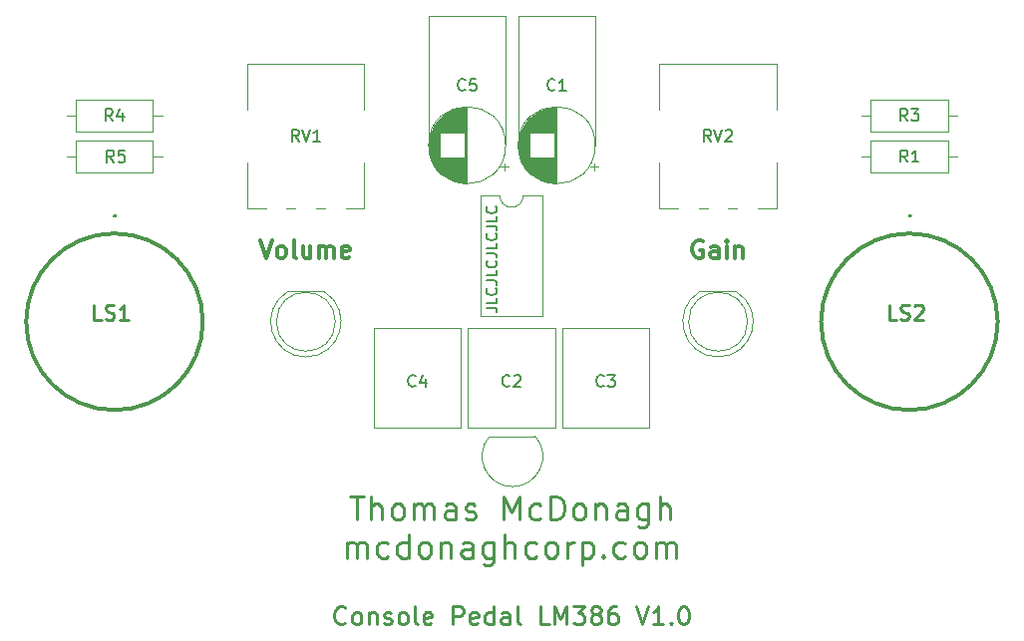
<source format=gbr>
G04 #@! TF.GenerationSoftware,KiCad,Pcbnew,(5.1.7)-1*
G04 #@! TF.CreationDate,2021-05-15T22:17:38-05:00*
G04 #@! TF.ProjectId,ConsolePedalLM386,436f6e73-6f6c-4655-9065-64616c4c4d33,rev?*
G04 #@! TF.SameCoordinates,Original*
G04 #@! TF.FileFunction,Legend,Top*
G04 #@! TF.FilePolarity,Positive*
%FSLAX46Y46*%
G04 Gerber Fmt 4.6, Leading zero omitted, Abs format (unit mm)*
G04 Created by KiCad (PCBNEW (5.1.7)-1) date 2021-05-15 22:17:38*
%MOMM*%
%LPD*%
G01*
G04 APERTURE LIST*
%ADD10C,0.300000*%
%ADD11C,0.150000*%
%ADD12C,0.250000*%
%ADD13C,0.120000*%
%ADD14C,0.254000*%
G04 APERTURE END LIST*
D10*
X148928571Y-89420000D02*
X148785714Y-89348571D01*
X148571428Y-89348571D01*
X148357142Y-89420000D01*
X148214285Y-89562857D01*
X148142857Y-89705714D01*
X148071428Y-89991428D01*
X148071428Y-90205714D01*
X148142857Y-90491428D01*
X148214285Y-90634285D01*
X148357142Y-90777142D01*
X148571428Y-90848571D01*
X148714285Y-90848571D01*
X148928571Y-90777142D01*
X149000000Y-90705714D01*
X149000000Y-90205714D01*
X148714285Y-90205714D01*
X150285714Y-90848571D02*
X150285714Y-90062857D01*
X150214285Y-89920000D01*
X150071428Y-89848571D01*
X149785714Y-89848571D01*
X149642857Y-89920000D01*
X150285714Y-90777142D02*
X150142857Y-90848571D01*
X149785714Y-90848571D01*
X149642857Y-90777142D01*
X149571428Y-90634285D01*
X149571428Y-90491428D01*
X149642857Y-90348571D01*
X149785714Y-90277142D01*
X150142857Y-90277142D01*
X150285714Y-90205714D01*
X151000000Y-90848571D02*
X151000000Y-89848571D01*
X151000000Y-89348571D02*
X150928571Y-89420000D01*
X151000000Y-89491428D01*
X151071428Y-89420000D01*
X151000000Y-89348571D01*
X151000000Y-89491428D01*
X151714285Y-89848571D02*
X151714285Y-90848571D01*
X151714285Y-89991428D02*
X151785714Y-89920000D01*
X151928571Y-89848571D01*
X152142857Y-89848571D01*
X152285714Y-89920000D01*
X152357142Y-90062857D01*
X152357142Y-90848571D01*
X111357142Y-89348571D02*
X111857142Y-90848571D01*
X112357142Y-89348571D01*
X113071428Y-90848571D02*
X112928571Y-90777142D01*
X112857142Y-90705714D01*
X112785714Y-90562857D01*
X112785714Y-90134285D01*
X112857142Y-89991428D01*
X112928571Y-89920000D01*
X113071428Y-89848571D01*
X113285714Y-89848571D01*
X113428571Y-89920000D01*
X113500000Y-89991428D01*
X113571428Y-90134285D01*
X113571428Y-90562857D01*
X113500000Y-90705714D01*
X113428571Y-90777142D01*
X113285714Y-90848571D01*
X113071428Y-90848571D01*
X114428571Y-90848571D02*
X114285714Y-90777142D01*
X114214285Y-90634285D01*
X114214285Y-89348571D01*
X115642857Y-89848571D02*
X115642857Y-90848571D01*
X115000000Y-89848571D02*
X115000000Y-90634285D01*
X115071428Y-90777142D01*
X115214285Y-90848571D01*
X115428571Y-90848571D01*
X115571428Y-90777142D01*
X115642857Y-90705714D01*
X116357142Y-90848571D02*
X116357142Y-89848571D01*
X116357142Y-89991428D02*
X116428571Y-89920000D01*
X116571428Y-89848571D01*
X116785714Y-89848571D01*
X116928571Y-89920000D01*
X117000000Y-90062857D01*
X117000000Y-90848571D01*
X117000000Y-90062857D02*
X117071428Y-89920000D01*
X117214285Y-89848571D01*
X117428571Y-89848571D01*
X117571428Y-89920000D01*
X117642857Y-90062857D01*
X117642857Y-90848571D01*
X118928571Y-90777142D02*
X118785714Y-90848571D01*
X118500000Y-90848571D01*
X118357142Y-90777142D01*
X118285714Y-90634285D01*
X118285714Y-90062857D01*
X118357142Y-89920000D01*
X118500000Y-89848571D01*
X118785714Y-89848571D01*
X118928571Y-89920000D01*
X119000000Y-90062857D01*
X119000000Y-90205714D01*
X118285714Y-90348571D01*
D11*
X130571142Y-95089142D02*
X131214000Y-95089142D01*
X131342571Y-95132000D01*
X131428285Y-95217714D01*
X131471142Y-95346285D01*
X131471142Y-95432000D01*
X131471142Y-94232000D02*
X131471142Y-94660571D01*
X130571142Y-94660571D01*
X131385428Y-93417714D02*
X131428285Y-93460571D01*
X131471142Y-93589142D01*
X131471142Y-93674857D01*
X131428285Y-93803428D01*
X131342571Y-93889142D01*
X131256857Y-93932000D01*
X131085428Y-93974857D01*
X130956857Y-93974857D01*
X130785428Y-93932000D01*
X130699714Y-93889142D01*
X130614000Y-93803428D01*
X130571142Y-93674857D01*
X130571142Y-93589142D01*
X130614000Y-93460571D01*
X130656857Y-93417714D01*
X130571142Y-92774857D02*
X131214000Y-92774857D01*
X131342571Y-92817714D01*
X131428285Y-92903428D01*
X131471142Y-93032000D01*
X131471142Y-93117714D01*
X131471142Y-91917714D02*
X131471142Y-92346285D01*
X130571142Y-92346285D01*
X131385428Y-91103428D02*
X131428285Y-91146285D01*
X131471142Y-91274857D01*
X131471142Y-91360571D01*
X131428285Y-91489142D01*
X131342571Y-91574857D01*
X131256857Y-91617714D01*
X131085428Y-91660571D01*
X130956857Y-91660571D01*
X130785428Y-91617714D01*
X130699714Y-91574857D01*
X130614000Y-91489142D01*
X130571142Y-91360571D01*
X130571142Y-91274857D01*
X130614000Y-91146285D01*
X130656857Y-91103428D01*
X130571142Y-90460571D02*
X131214000Y-90460571D01*
X131342571Y-90503428D01*
X131428285Y-90589142D01*
X131471142Y-90717714D01*
X131471142Y-90803428D01*
X131471142Y-89603428D02*
X131471142Y-90032000D01*
X130571142Y-90032000D01*
X131385428Y-88789142D02*
X131428285Y-88832000D01*
X131471142Y-88960571D01*
X131471142Y-89046285D01*
X131428285Y-89174857D01*
X131342571Y-89260571D01*
X131256857Y-89303428D01*
X131085428Y-89346285D01*
X130956857Y-89346285D01*
X130785428Y-89303428D01*
X130699714Y-89260571D01*
X130614000Y-89174857D01*
X130571142Y-89046285D01*
X130571142Y-88960571D01*
X130614000Y-88832000D01*
X130656857Y-88789142D01*
X130571142Y-88146285D02*
X131214000Y-88146285D01*
X131342571Y-88189142D01*
X131428285Y-88274857D01*
X131471142Y-88403428D01*
X131471142Y-88489142D01*
X131471142Y-87289142D02*
X131471142Y-87717714D01*
X130571142Y-87717714D01*
X131385428Y-86474857D02*
X131428285Y-86517714D01*
X131471142Y-86646285D01*
X131471142Y-86732000D01*
X131428285Y-86860571D01*
X131342571Y-86946285D01*
X131256857Y-86989142D01*
X131085428Y-87032000D01*
X130956857Y-87032000D01*
X130785428Y-86989142D01*
X130699714Y-86946285D01*
X130614000Y-86860571D01*
X130571142Y-86732000D01*
X130571142Y-86646285D01*
X130614000Y-86517714D01*
X130656857Y-86474857D01*
D12*
X118607857Y-121820714D02*
X118536428Y-121892142D01*
X118322142Y-121963571D01*
X118179285Y-121963571D01*
X117965000Y-121892142D01*
X117822142Y-121749285D01*
X117750714Y-121606428D01*
X117679285Y-121320714D01*
X117679285Y-121106428D01*
X117750714Y-120820714D01*
X117822142Y-120677857D01*
X117965000Y-120535000D01*
X118179285Y-120463571D01*
X118322142Y-120463571D01*
X118536428Y-120535000D01*
X118607857Y-120606428D01*
X119465000Y-121963571D02*
X119322142Y-121892142D01*
X119250714Y-121820714D01*
X119179285Y-121677857D01*
X119179285Y-121249285D01*
X119250714Y-121106428D01*
X119322142Y-121035000D01*
X119465000Y-120963571D01*
X119679285Y-120963571D01*
X119822142Y-121035000D01*
X119893571Y-121106428D01*
X119965000Y-121249285D01*
X119965000Y-121677857D01*
X119893571Y-121820714D01*
X119822142Y-121892142D01*
X119679285Y-121963571D01*
X119465000Y-121963571D01*
X120607857Y-120963571D02*
X120607857Y-121963571D01*
X120607857Y-121106428D02*
X120679285Y-121035000D01*
X120822142Y-120963571D01*
X121036428Y-120963571D01*
X121179285Y-121035000D01*
X121250714Y-121177857D01*
X121250714Y-121963571D01*
X121893571Y-121892142D02*
X122036428Y-121963571D01*
X122322142Y-121963571D01*
X122465000Y-121892142D01*
X122536428Y-121749285D01*
X122536428Y-121677857D01*
X122465000Y-121535000D01*
X122322142Y-121463571D01*
X122107857Y-121463571D01*
X121965000Y-121392142D01*
X121893571Y-121249285D01*
X121893571Y-121177857D01*
X121965000Y-121035000D01*
X122107857Y-120963571D01*
X122322142Y-120963571D01*
X122465000Y-121035000D01*
X123393571Y-121963571D02*
X123250714Y-121892142D01*
X123179285Y-121820714D01*
X123107857Y-121677857D01*
X123107857Y-121249285D01*
X123179285Y-121106428D01*
X123250714Y-121035000D01*
X123393571Y-120963571D01*
X123607857Y-120963571D01*
X123750714Y-121035000D01*
X123822142Y-121106428D01*
X123893571Y-121249285D01*
X123893571Y-121677857D01*
X123822142Y-121820714D01*
X123750714Y-121892142D01*
X123607857Y-121963571D01*
X123393571Y-121963571D01*
X124750714Y-121963571D02*
X124607857Y-121892142D01*
X124536428Y-121749285D01*
X124536428Y-120463571D01*
X125893571Y-121892142D02*
X125750714Y-121963571D01*
X125465000Y-121963571D01*
X125322142Y-121892142D01*
X125250714Y-121749285D01*
X125250714Y-121177857D01*
X125322142Y-121035000D01*
X125465000Y-120963571D01*
X125750714Y-120963571D01*
X125893571Y-121035000D01*
X125965000Y-121177857D01*
X125965000Y-121320714D01*
X125250714Y-121463571D01*
X127750714Y-121963571D02*
X127750714Y-120463571D01*
X128322142Y-120463571D01*
X128465000Y-120535000D01*
X128536428Y-120606428D01*
X128607857Y-120749285D01*
X128607857Y-120963571D01*
X128536428Y-121106428D01*
X128465000Y-121177857D01*
X128322142Y-121249285D01*
X127750714Y-121249285D01*
X129822142Y-121892142D02*
X129679285Y-121963571D01*
X129393571Y-121963571D01*
X129250714Y-121892142D01*
X129179285Y-121749285D01*
X129179285Y-121177857D01*
X129250714Y-121035000D01*
X129393571Y-120963571D01*
X129679285Y-120963571D01*
X129822142Y-121035000D01*
X129893571Y-121177857D01*
X129893571Y-121320714D01*
X129179285Y-121463571D01*
X131179285Y-121963571D02*
X131179285Y-120463571D01*
X131179285Y-121892142D02*
X131036428Y-121963571D01*
X130750714Y-121963571D01*
X130607857Y-121892142D01*
X130536428Y-121820714D01*
X130465000Y-121677857D01*
X130465000Y-121249285D01*
X130536428Y-121106428D01*
X130607857Y-121035000D01*
X130750714Y-120963571D01*
X131036428Y-120963571D01*
X131179285Y-121035000D01*
X132536428Y-121963571D02*
X132536428Y-121177857D01*
X132465000Y-121035000D01*
X132322142Y-120963571D01*
X132036428Y-120963571D01*
X131893571Y-121035000D01*
X132536428Y-121892142D02*
X132393571Y-121963571D01*
X132036428Y-121963571D01*
X131893571Y-121892142D01*
X131822142Y-121749285D01*
X131822142Y-121606428D01*
X131893571Y-121463571D01*
X132036428Y-121392142D01*
X132393571Y-121392142D01*
X132536428Y-121320714D01*
X133465000Y-121963571D02*
X133322142Y-121892142D01*
X133250714Y-121749285D01*
X133250714Y-120463571D01*
X135893571Y-121963571D02*
X135179285Y-121963571D01*
X135179285Y-120463571D01*
X136393571Y-121963571D02*
X136393571Y-120463571D01*
X136893571Y-121535000D01*
X137393571Y-120463571D01*
X137393571Y-121963571D01*
X137965000Y-120463571D02*
X138893571Y-120463571D01*
X138393571Y-121035000D01*
X138607857Y-121035000D01*
X138750714Y-121106428D01*
X138822142Y-121177857D01*
X138893571Y-121320714D01*
X138893571Y-121677857D01*
X138822142Y-121820714D01*
X138750714Y-121892142D01*
X138607857Y-121963571D01*
X138179285Y-121963571D01*
X138036428Y-121892142D01*
X137965000Y-121820714D01*
X139750714Y-121106428D02*
X139607857Y-121035000D01*
X139536428Y-120963571D01*
X139465000Y-120820714D01*
X139465000Y-120749285D01*
X139536428Y-120606428D01*
X139607857Y-120535000D01*
X139750714Y-120463571D01*
X140036428Y-120463571D01*
X140179285Y-120535000D01*
X140250714Y-120606428D01*
X140322142Y-120749285D01*
X140322142Y-120820714D01*
X140250714Y-120963571D01*
X140179285Y-121035000D01*
X140036428Y-121106428D01*
X139750714Y-121106428D01*
X139607857Y-121177857D01*
X139536428Y-121249285D01*
X139465000Y-121392142D01*
X139465000Y-121677857D01*
X139536428Y-121820714D01*
X139607857Y-121892142D01*
X139750714Y-121963571D01*
X140036428Y-121963571D01*
X140179285Y-121892142D01*
X140250714Y-121820714D01*
X140322142Y-121677857D01*
X140322142Y-121392142D01*
X140250714Y-121249285D01*
X140179285Y-121177857D01*
X140036428Y-121106428D01*
X141607857Y-120463571D02*
X141322142Y-120463571D01*
X141179285Y-120535000D01*
X141107857Y-120606428D01*
X140965000Y-120820714D01*
X140893571Y-121106428D01*
X140893571Y-121677857D01*
X140965000Y-121820714D01*
X141036428Y-121892142D01*
X141179285Y-121963571D01*
X141465000Y-121963571D01*
X141607857Y-121892142D01*
X141679285Y-121820714D01*
X141750714Y-121677857D01*
X141750714Y-121320714D01*
X141679285Y-121177857D01*
X141607857Y-121106428D01*
X141465000Y-121035000D01*
X141179285Y-121035000D01*
X141036428Y-121106428D01*
X140965000Y-121177857D01*
X140893571Y-121320714D01*
X143322142Y-120463571D02*
X143822142Y-121963571D01*
X144322142Y-120463571D01*
X145607857Y-121963571D02*
X144750714Y-121963571D01*
X145179285Y-121963571D02*
X145179285Y-120463571D01*
X145036428Y-120677857D01*
X144893571Y-120820714D01*
X144750714Y-120892142D01*
X146250714Y-121820714D02*
X146322142Y-121892142D01*
X146250714Y-121963571D01*
X146179285Y-121892142D01*
X146250714Y-121820714D01*
X146250714Y-121963571D01*
X147250714Y-120463571D02*
X147393571Y-120463571D01*
X147536428Y-120535000D01*
X147607857Y-120606428D01*
X147679285Y-120749285D01*
X147750714Y-121035000D01*
X147750714Y-121392142D01*
X147679285Y-121677857D01*
X147607857Y-121820714D01*
X147536428Y-121892142D01*
X147393571Y-121963571D01*
X147250714Y-121963571D01*
X147107857Y-121892142D01*
X147036428Y-121820714D01*
X146965000Y-121677857D01*
X146893571Y-121392142D01*
X146893571Y-121035000D01*
X146965000Y-120749285D01*
X147036428Y-120606428D01*
X147107857Y-120535000D01*
X147250714Y-120463571D01*
X119000714Y-111071761D02*
X120143571Y-111071761D01*
X119572142Y-113071761D02*
X119572142Y-111071761D01*
X120810238Y-113071761D02*
X120810238Y-111071761D01*
X121667380Y-113071761D02*
X121667380Y-112024142D01*
X121572142Y-111833666D01*
X121381666Y-111738428D01*
X121095952Y-111738428D01*
X120905476Y-111833666D01*
X120810238Y-111928904D01*
X122905476Y-113071761D02*
X122715000Y-112976523D01*
X122619761Y-112881285D01*
X122524523Y-112690809D01*
X122524523Y-112119380D01*
X122619761Y-111928904D01*
X122715000Y-111833666D01*
X122905476Y-111738428D01*
X123191190Y-111738428D01*
X123381666Y-111833666D01*
X123476904Y-111928904D01*
X123572142Y-112119380D01*
X123572142Y-112690809D01*
X123476904Y-112881285D01*
X123381666Y-112976523D01*
X123191190Y-113071761D01*
X122905476Y-113071761D01*
X124429285Y-113071761D02*
X124429285Y-111738428D01*
X124429285Y-111928904D02*
X124524523Y-111833666D01*
X124715000Y-111738428D01*
X125000714Y-111738428D01*
X125191190Y-111833666D01*
X125286428Y-112024142D01*
X125286428Y-113071761D01*
X125286428Y-112024142D02*
X125381666Y-111833666D01*
X125572142Y-111738428D01*
X125857857Y-111738428D01*
X126048333Y-111833666D01*
X126143571Y-112024142D01*
X126143571Y-113071761D01*
X127953095Y-113071761D02*
X127953095Y-112024142D01*
X127857857Y-111833666D01*
X127667380Y-111738428D01*
X127286428Y-111738428D01*
X127095952Y-111833666D01*
X127953095Y-112976523D02*
X127762619Y-113071761D01*
X127286428Y-113071761D01*
X127095952Y-112976523D01*
X127000714Y-112786047D01*
X127000714Y-112595571D01*
X127095952Y-112405095D01*
X127286428Y-112309857D01*
X127762619Y-112309857D01*
X127953095Y-112214619D01*
X128810238Y-112976523D02*
X129000714Y-113071761D01*
X129381666Y-113071761D01*
X129572142Y-112976523D01*
X129667380Y-112786047D01*
X129667380Y-112690809D01*
X129572142Y-112500333D01*
X129381666Y-112405095D01*
X129095952Y-112405095D01*
X128905476Y-112309857D01*
X128810238Y-112119380D01*
X128810238Y-112024142D01*
X128905476Y-111833666D01*
X129095952Y-111738428D01*
X129381666Y-111738428D01*
X129572142Y-111833666D01*
X132048333Y-113071761D02*
X132048333Y-111071761D01*
X132715000Y-112500333D01*
X133381666Y-111071761D01*
X133381666Y-113071761D01*
X135191190Y-112976523D02*
X135000714Y-113071761D01*
X134619761Y-113071761D01*
X134429285Y-112976523D01*
X134334047Y-112881285D01*
X134238809Y-112690809D01*
X134238809Y-112119380D01*
X134334047Y-111928904D01*
X134429285Y-111833666D01*
X134619761Y-111738428D01*
X135000714Y-111738428D01*
X135191190Y-111833666D01*
X136048333Y-113071761D02*
X136048333Y-111071761D01*
X136524523Y-111071761D01*
X136810238Y-111167000D01*
X137000714Y-111357476D01*
X137095952Y-111547952D01*
X137191190Y-111928904D01*
X137191190Y-112214619D01*
X137095952Y-112595571D01*
X137000714Y-112786047D01*
X136810238Y-112976523D01*
X136524523Y-113071761D01*
X136048333Y-113071761D01*
X138334047Y-113071761D02*
X138143571Y-112976523D01*
X138048333Y-112881285D01*
X137953095Y-112690809D01*
X137953095Y-112119380D01*
X138048333Y-111928904D01*
X138143571Y-111833666D01*
X138334047Y-111738428D01*
X138619761Y-111738428D01*
X138810238Y-111833666D01*
X138905476Y-111928904D01*
X139000714Y-112119380D01*
X139000714Y-112690809D01*
X138905476Y-112881285D01*
X138810238Y-112976523D01*
X138619761Y-113071761D01*
X138334047Y-113071761D01*
X139857857Y-111738428D02*
X139857857Y-113071761D01*
X139857857Y-111928904D02*
X139953095Y-111833666D01*
X140143571Y-111738428D01*
X140429285Y-111738428D01*
X140619761Y-111833666D01*
X140715000Y-112024142D01*
X140715000Y-113071761D01*
X142524523Y-113071761D02*
X142524523Y-112024142D01*
X142429285Y-111833666D01*
X142238809Y-111738428D01*
X141857857Y-111738428D01*
X141667380Y-111833666D01*
X142524523Y-112976523D02*
X142334047Y-113071761D01*
X141857857Y-113071761D01*
X141667380Y-112976523D01*
X141572142Y-112786047D01*
X141572142Y-112595571D01*
X141667380Y-112405095D01*
X141857857Y-112309857D01*
X142334047Y-112309857D01*
X142524523Y-112214619D01*
X144334047Y-111738428D02*
X144334047Y-113357476D01*
X144238809Y-113547952D01*
X144143571Y-113643190D01*
X143953095Y-113738428D01*
X143667380Y-113738428D01*
X143476904Y-113643190D01*
X144334047Y-112976523D02*
X144143571Y-113071761D01*
X143762619Y-113071761D01*
X143572142Y-112976523D01*
X143476904Y-112881285D01*
X143381666Y-112690809D01*
X143381666Y-112119380D01*
X143476904Y-111928904D01*
X143572142Y-111833666D01*
X143762619Y-111738428D01*
X144143571Y-111738428D01*
X144334047Y-111833666D01*
X145286428Y-113071761D02*
X145286428Y-111071761D01*
X146143571Y-113071761D02*
X146143571Y-112024142D01*
X146048333Y-111833666D01*
X145857857Y-111738428D01*
X145572142Y-111738428D01*
X145381666Y-111833666D01*
X145286428Y-111928904D01*
X118715000Y-116321761D02*
X118715000Y-114988428D01*
X118715000Y-115178904D02*
X118810238Y-115083666D01*
X119000714Y-114988428D01*
X119286428Y-114988428D01*
X119476904Y-115083666D01*
X119572142Y-115274142D01*
X119572142Y-116321761D01*
X119572142Y-115274142D02*
X119667380Y-115083666D01*
X119857857Y-114988428D01*
X120143571Y-114988428D01*
X120334047Y-115083666D01*
X120429285Y-115274142D01*
X120429285Y-116321761D01*
X122238809Y-116226523D02*
X122048333Y-116321761D01*
X121667380Y-116321761D01*
X121476904Y-116226523D01*
X121381666Y-116131285D01*
X121286428Y-115940809D01*
X121286428Y-115369380D01*
X121381666Y-115178904D01*
X121476904Y-115083666D01*
X121667380Y-114988428D01*
X122048333Y-114988428D01*
X122238809Y-115083666D01*
X123953095Y-116321761D02*
X123953095Y-114321761D01*
X123953095Y-116226523D02*
X123762619Y-116321761D01*
X123381666Y-116321761D01*
X123191190Y-116226523D01*
X123095952Y-116131285D01*
X123000714Y-115940809D01*
X123000714Y-115369380D01*
X123095952Y-115178904D01*
X123191190Y-115083666D01*
X123381666Y-114988428D01*
X123762619Y-114988428D01*
X123953095Y-115083666D01*
X125191190Y-116321761D02*
X125000714Y-116226523D01*
X124905476Y-116131285D01*
X124810238Y-115940809D01*
X124810238Y-115369380D01*
X124905476Y-115178904D01*
X125000714Y-115083666D01*
X125191190Y-114988428D01*
X125476904Y-114988428D01*
X125667380Y-115083666D01*
X125762619Y-115178904D01*
X125857857Y-115369380D01*
X125857857Y-115940809D01*
X125762619Y-116131285D01*
X125667380Y-116226523D01*
X125476904Y-116321761D01*
X125191190Y-116321761D01*
X126715000Y-114988428D02*
X126715000Y-116321761D01*
X126715000Y-115178904D02*
X126810238Y-115083666D01*
X127000714Y-114988428D01*
X127286428Y-114988428D01*
X127476904Y-115083666D01*
X127572142Y-115274142D01*
X127572142Y-116321761D01*
X129381666Y-116321761D02*
X129381666Y-115274142D01*
X129286428Y-115083666D01*
X129095952Y-114988428D01*
X128715000Y-114988428D01*
X128524523Y-115083666D01*
X129381666Y-116226523D02*
X129191190Y-116321761D01*
X128715000Y-116321761D01*
X128524523Y-116226523D01*
X128429285Y-116036047D01*
X128429285Y-115845571D01*
X128524523Y-115655095D01*
X128715000Y-115559857D01*
X129191190Y-115559857D01*
X129381666Y-115464619D01*
X131191190Y-114988428D02*
X131191190Y-116607476D01*
X131095952Y-116797952D01*
X131000714Y-116893190D01*
X130810238Y-116988428D01*
X130524523Y-116988428D01*
X130334047Y-116893190D01*
X131191190Y-116226523D02*
X131000714Y-116321761D01*
X130619761Y-116321761D01*
X130429285Y-116226523D01*
X130334047Y-116131285D01*
X130238809Y-115940809D01*
X130238809Y-115369380D01*
X130334047Y-115178904D01*
X130429285Y-115083666D01*
X130619761Y-114988428D01*
X131000714Y-114988428D01*
X131191190Y-115083666D01*
X132143571Y-116321761D02*
X132143571Y-114321761D01*
X133000714Y-116321761D02*
X133000714Y-115274142D01*
X132905476Y-115083666D01*
X132715000Y-114988428D01*
X132429285Y-114988428D01*
X132238809Y-115083666D01*
X132143571Y-115178904D01*
X134810238Y-116226523D02*
X134619761Y-116321761D01*
X134238809Y-116321761D01*
X134048333Y-116226523D01*
X133953095Y-116131285D01*
X133857857Y-115940809D01*
X133857857Y-115369380D01*
X133953095Y-115178904D01*
X134048333Y-115083666D01*
X134238809Y-114988428D01*
X134619761Y-114988428D01*
X134810238Y-115083666D01*
X135953095Y-116321761D02*
X135762619Y-116226523D01*
X135667380Y-116131285D01*
X135572142Y-115940809D01*
X135572142Y-115369380D01*
X135667380Y-115178904D01*
X135762619Y-115083666D01*
X135953095Y-114988428D01*
X136238809Y-114988428D01*
X136429285Y-115083666D01*
X136524523Y-115178904D01*
X136619761Y-115369380D01*
X136619761Y-115940809D01*
X136524523Y-116131285D01*
X136429285Y-116226523D01*
X136238809Y-116321761D01*
X135953095Y-116321761D01*
X137476904Y-116321761D02*
X137476904Y-114988428D01*
X137476904Y-115369380D02*
X137572142Y-115178904D01*
X137667380Y-115083666D01*
X137857857Y-114988428D01*
X138048333Y-114988428D01*
X138715000Y-114988428D02*
X138715000Y-116988428D01*
X138715000Y-115083666D02*
X138905476Y-114988428D01*
X139286428Y-114988428D01*
X139476904Y-115083666D01*
X139572142Y-115178904D01*
X139667380Y-115369380D01*
X139667380Y-115940809D01*
X139572142Y-116131285D01*
X139476904Y-116226523D01*
X139286428Y-116321761D01*
X138905476Y-116321761D01*
X138715000Y-116226523D01*
X140524523Y-116131285D02*
X140619761Y-116226523D01*
X140524523Y-116321761D01*
X140429285Y-116226523D01*
X140524523Y-116131285D01*
X140524523Y-116321761D01*
X142334047Y-116226523D02*
X142143571Y-116321761D01*
X141762619Y-116321761D01*
X141572142Y-116226523D01*
X141476904Y-116131285D01*
X141381666Y-115940809D01*
X141381666Y-115369380D01*
X141476904Y-115178904D01*
X141572142Y-115083666D01*
X141762619Y-114988428D01*
X142143571Y-114988428D01*
X142334047Y-115083666D01*
X143476904Y-116321761D02*
X143286428Y-116226523D01*
X143191190Y-116131285D01*
X143095952Y-115940809D01*
X143095952Y-115369380D01*
X143191190Y-115178904D01*
X143286428Y-115083666D01*
X143476904Y-114988428D01*
X143762619Y-114988428D01*
X143953095Y-115083666D01*
X144048333Y-115178904D01*
X144143571Y-115369380D01*
X144143571Y-115940809D01*
X144048333Y-116131285D01*
X143953095Y-116226523D01*
X143762619Y-116321761D01*
X143476904Y-116321761D01*
X145000714Y-116321761D02*
X145000714Y-114988428D01*
X145000714Y-115178904D02*
X145095952Y-115083666D01*
X145286428Y-114988428D01*
X145572142Y-114988428D01*
X145762619Y-115083666D01*
X145857857Y-115274142D01*
X145857857Y-116321761D01*
X145857857Y-115274142D02*
X145953095Y-115083666D01*
X146143571Y-114988428D01*
X146429285Y-114988428D01*
X146619761Y-115083666D01*
X146715000Y-115274142D01*
X146715000Y-116321761D01*
D13*
G04 #@! TO.C,D1*
X117750000Y-96270000D02*
G75*
G03*
X117750000Y-96270000I-2500000J0D01*
G01*
X116795000Y-93710000D02*
X113705000Y-93710000D01*
X115249538Y-99260000D02*
G75*
G03*
X116794830Y-93710000I462J2990000D01*
G01*
X115250462Y-99260000D02*
G75*
G02*
X113705170Y-93710000I-462J2990000D01*
G01*
G04 #@! TO.C,D2*
X151795000Y-93710000D02*
X148705000Y-93710000D01*
X152750000Y-96270000D02*
G75*
G03*
X152750000Y-96270000I-2500000J0D01*
G01*
X150250462Y-99260000D02*
G75*
G02*
X148705170Y-93710000I-462J2990000D01*
G01*
X150249538Y-99260000D02*
G75*
G03*
X151794830Y-93710000I462J2990000D01*
G01*
G04 #@! TO.C,R3*
X169770000Y-80120000D02*
X169770000Y-77380000D01*
X169770000Y-77380000D02*
X163230000Y-77380000D01*
X163230000Y-77380000D02*
X163230000Y-80120000D01*
X163230000Y-80120000D02*
X169770000Y-80120000D01*
X170540000Y-78750000D02*
X169770000Y-78750000D01*
X162460000Y-78750000D02*
X163230000Y-78750000D01*
G04 #@! TO.C,C2*
X128995000Y-105256000D02*
X128995000Y-96766000D01*
X136435000Y-105256000D02*
X136435000Y-96766000D01*
X136435000Y-96766000D02*
X128995000Y-96766000D01*
X136435000Y-105256000D02*
X128995000Y-105256000D01*
G04 #@! TO.C,C3*
X144435000Y-105256000D02*
X136995000Y-105256000D01*
X144435000Y-96766000D02*
X136995000Y-96766000D01*
X144435000Y-105256000D02*
X144435000Y-96766000D01*
X136995000Y-105256000D02*
X136995000Y-96766000D01*
G04 #@! TO.C,C4*
X128435000Y-105256000D02*
X120995000Y-105256000D01*
X128435000Y-96766000D02*
X120995000Y-96766000D01*
X128435000Y-105256000D02*
X128435000Y-96766000D01*
X120995000Y-105256000D02*
X120995000Y-96766000D01*
D10*
G04 #@! TO.C,LS1*
X106500000Y-96270000D02*
G75*
G03*
X106500000Y-96270000I-7500000J0D01*
G01*
X99052000Y-87270000D02*
G75*
G03*
X99052000Y-87270000I-52000J0D01*
G01*
G04 #@! TO.C,LS2*
X166552000Y-87270000D02*
G75*
G03*
X166552000Y-87270000I-52000J0D01*
G01*
X174000000Y-96270000D02*
G75*
G03*
X174000000Y-96270000I-7500000J0D01*
G01*
D13*
G04 #@! TO.C,Q1*
X134735000Y-105996000D02*
X130885000Y-105996000D01*
X130846389Y-106005878D02*
G75*
G03*
X134735000Y-105996000I1948611J-1690122D01*
G01*
G04 #@! TO.C,R1*
X169770000Y-83620000D02*
X169770000Y-80880000D01*
X169770000Y-80880000D02*
X163230000Y-80880000D01*
X163230000Y-80880000D02*
X163230000Y-83620000D01*
X163230000Y-83620000D02*
X169770000Y-83620000D01*
X170540000Y-82250000D02*
X169770000Y-82250000D01*
X162460000Y-82250000D02*
X163230000Y-82250000D01*
G04 #@! TO.C,R4*
X94960000Y-78750000D02*
X95730000Y-78750000D01*
X103040000Y-78750000D02*
X102270000Y-78750000D01*
X95730000Y-80120000D02*
X102270000Y-80120000D01*
X95730000Y-77380000D02*
X95730000Y-80120000D01*
X102270000Y-77380000D02*
X95730000Y-77380000D01*
X102270000Y-80120000D02*
X102270000Y-77380000D01*
G04 #@! TO.C,R5*
X103040000Y-82250000D02*
X102270000Y-82250000D01*
X94960000Y-82250000D02*
X95730000Y-82250000D01*
X102270000Y-80880000D02*
X95730000Y-80880000D01*
X102270000Y-83620000D02*
X102270000Y-80880000D01*
X95730000Y-83620000D02*
X102270000Y-83620000D01*
X95730000Y-80880000D02*
X95730000Y-83620000D01*
G04 #@! TO.C,RV1*
X110280000Y-74380000D02*
X120220000Y-74380000D01*
X118620000Y-86620000D02*
X120220000Y-86620000D01*
X116121000Y-86620000D02*
X116880000Y-86620000D01*
X113621000Y-86620000D02*
X114380000Y-86620000D01*
X110280000Y-86620000D02*
X111879000Y-86620000D01*
X120220000Y-78245000D02*
X120220000Y-74380000D01*
X120220000Y-86620000D02*
X120220000Y-82755000D01*
X110280000Y-78245000D02*
X110280000Y-74380000D01*
X110280000Y-86620000D02*
X110280000Y-82755000D01*
G04 #@! TO.C,RV2*
X145280000Y-86620000D02*
X145280000Y-82755000D01*
X145280000Y-78245000D02*
X145280000Y-74380000D01*
X155220000Y-86620000D02*
X155220000Y-82755000D01*
X155220000Y-78245000D02*
X155220000Y-74380000D01*
X145280000Y-86620000D02*
X146879000Y-86620000D01*
X148621000Y-86620000D02*
X149380000Y-86620000D01*
X151121000Y-86620000D02*
X151880000Y-86620000D01*
X153620000Y-86620000D02*
X155220000Y-86620000D01*
X145280000Y-74380000D02*
X155220000Y-74380000D01*
G04 #@! TO.C,U1*
X135365000Y-85538000D02*
X133715000Y-85538000D01*
X135365000Y-95818000D02*
X135365000Y-85538000D01*
X130065000Y-95818000D02*
X135365000Y-95818000D01*
X130065000Y-85538000D02*
X130065000Y-95818000D01*
X131715000Y-85538000D02*
X130065000Y-85538000D01*
X133715000Y-85538000D02*
G75*
G02*
X131715000Y-85538000I-1000000J0D01*
G01*
G04 #@! TO.C,C1*
X139730241Y-83434000D02*
X139730241Y-82804000D01*
X140045241Y-83119000D02*
X139415241Y-83119000D01*
X133304000Y-81682000D02*
X133304000Y-80878000D01*
X133344000Y-81913000D02*
X133344000Y-80647000D01*
X133384000Y-82082000D02*
X133384000Y-80478000D01*
X133424000Y-82220000D02*
X133424000Y-80340000D01*
X133464000Y-82339000D02*
X133464000Y-80221000D01*
X133504000Y-82445000D02*
X133504000Y-80115000D01*
X133544000Y-82542000D02*
X133544000Y-80018000D01*
X133584000Y-82630000D02*
X133584000Y-79930000D01*
X133624000Y-82712000D02*
X133624000Y-79848000D01*
X133664000Y-82789000D02*
X133664000Y-79771000D01*
X133704000Y-82861000D02*
X133704000Y-79699000D01*
X133744000Y-82930000D02*
X133744000Y-79630000D01*
X133784000Y-82994000D02*
X133784000Y-79566000D01*
X133824000Y-83056000D02*
X133824000Y-79504000D01*
X133864000Y-83114000D02*
X133864000Y-79446000D01*
X133904000Y-83170000D02*
X133904000Y-79390000D01*
X133944000Y-83224000D02*
X133944000Y-79336000D01*
X133984000Y-83275000D02*
X133984000Y-79285000D01*
X134024000Y-83324000D02*
X134024000Y-79236000D01*
X134064000Y-83372000D02*
X134064000Y-79188000D01*
X134104000Y-83417000D02*
X134104000Y-79143000D01*
X134144000Y-83462000D02*
X134144000Y-79098000D01*
X134184000Y-83504000D02*
X134184000Y-79056000D01*
X134224000Y-83545000D02*
X134224000Y-79015000D01*
X134264000Y-80240000D02*
X134264000Y-78975000D01*
X134264000Y-83585000D02*
X134264000Y-82320000D01*
X134304000Y-80240000D02*
X134304000Y-78937000D01*
X134304000Y-83623000D02*
X134304000Y-82320000D01*
X134344000Y-80240000D02*
X134344000Y-78900000D01*
X134344000Y-83660000D02*
X134344000Y-82320000D01*
X134384000Y-80240000D02*
X134384000Y-78864000D01*
X134384000Y-83696000D02*
X134384000Y-82320000D01*
X134424000Y-80240000D02*
X134424000Y-78830000D01*
X134424000Y-83730000D02*
X134424000Y-82320000D01*
X134464000Y-80240000D02*
X134464000Y-78796000D01*
X134464000Y-83764000D02*
X134464000Y-82320000D01*
X134504000Y-80240000D02*
X134504000Y-78764000D01*
X134504000Y-83796000D02*
X134504000Y-82320000D01*
X134544000Y-80240000D02*
X134544000Y-78732000D01*
X134544000Y-83828000D02*
X134544000Y-82320000D01*
X134584000Y-80240000D02*
X134584000Y-78702000D01*
X134584000Y-83858000D02*
X134584000Y-82320000D01*
X134624000Y-80240000D02*
X134624000Y-78673000D01*
X134624000Y-83887000D02*
X134624000Y-82320000D01*
X134664000Y-80240000D02*
X134664000Y-78644000D01*
X134664000Y-83916000D02*
X134664000Y-82320000D01*
X134704000Y-80240000D02*
X134704000Y-78616000D01*
X134704000Y-83944000D02*
X134704000Y-82320000D01*
X134744000Y-80240000D02*
X134744000Y-78590000D01*
X134744000Y-83970000D02*
X134744000Y-82320000D01*
X134784000Y-80240000D02*
X134784000Y-78564000D01*
X134784000Y-83996000D02*
X134784000Y-82320000D01*
X134824000Y-80240000D02*
X134824000Y-78538000D01*
X134824000Y-84022000D02*
X134824000Y-82320000D01*
X134864000Y-80240000D02*
X134864000Y-78514000D01*
X134864000Y-84046000D02*
X134864000Y-82320000D01*
X134904000Y-80240000D02*
X134904000Y-78490000D01*
X134904000Y-84070000D02*
X134904000Y-82320000D01*
X134944000Y-80240000D02*
X134944000Y-78468000D01*
X134944000Y-84092000D02*
X134944000Y-82320000D01*
X134984000Y-80240000D02*
X134984000Y-78446000D01*
X134984000Y-84114000D02*
X134984000Y-82320000D01*
X135024000Y-80240000D02*
X135024000Y-78424000D01*
X135024000Y-84136000D02*
X135024000Y-82320000D01*
X135064000Y-80240000D02*
X135064000Y-78404000D01*
X135064000Y-84156000D02*
X135064000Y-82320000D01*
X135104000Y-80240000D02*
X135104000Y-78384000D01*
X135104000Y-84176000D02*
X135104000Y-82320000D01*
X135144000Y-80240000D02*
X135144000Y-78364000D01*
X135144000Y-84196000D02*
X135144000Y-82320000D01*
X135184000Y-80240000D02*
X135184000Y-78346000D01*
X135184000Y-84214000D02*
X135184000Y-82320000D01*
X135224000Y-80240000D02*
X135224000Y-78328000D01*
X135224000Y-84232000D02*
X135224000Y-82320000D01*
X135264000Y-80240000D02*
X135264000Y-78310000D01*
X135264000Y-84250000D02*
X135264000Y-82320000D01*
X135304000Y-80240000D02*
X135304000Y-78294000D01*
X135304000Y-84266000D02*
X135304000Y-82320000D01*
X135344000Y-80240000D02*
X135344000Y-78278000D01*
X135344000Y-84282000D02*
X135344000Y-82320000D01*
X135384000Y-80240000D02*
X135384000Y-78262000D01*
X135384000Y-84298000D02*
X135384000Y-82320000D01*
X135424000Y-80240000D02*
X135424000Y-78247000D01*
X135424000Y-84313000D02*
X135424000Y-82320000D01*
X135464000Y-80240000D02*
X135464000Y-78233000D01*
X135464000Y-84327000D02*
X135464000Y-82320000D01*
X135504000Y-80240000D02*
X135504000Y-78219000D01*
X135504000Y-84341000D02*
X135504000Y-82320000D01*
X135544000Y-80240000D02*
X135544000Y-78206000D01*
X135544000Y-84354000D02*
X135544000Y-82320000D01*
X135584000Y-80240000D02*
X135584000Y-78194000D01*
X135584000Y-84366000D02*
X135584000Y-82320000D01*
X135624000Y-80240000D02*
X135624000Y-78182000D01*
X135624000Y-84378000D02*
X135624000Y-82320000D01*
X135664000Y-80240000D02*
X135664000Y-78170000D01*
X135664000Y-84390000D02*
X135664000Y-82320000D01*
X135704000Y-80240000D02*
X135704000Y-78159000D01*
X135704000Y-84401000D02*
X135704000Y-82320000D01*
X135744000Y-80240000D02*
X135744000Y-78149000D01*
X135744000Y-84411000D02*
X135744000Y-82320000D01*
X135784000Y-80240000D02*
X135784000Y-78139000D01*
X135784000Y-84421000D02*
X135784000Y-82320000D01*
X135824000Y-80240000D02*
X135824000Y-78130000D01*
X135824000Y-84430000D02*
X135824000Y-82320000D01*
X135865000Y-80240000D02*
X135865000Y-78121000D01*
X135865000Y-84439000D02*
X135865000Y-82320000D01*
X135905000Y-80240000D02*
X135905000Y-78113000D01*
X135905000Y-84447000D02*
X135905000Y-82320000D01*
X135945000Y-80240000D02*
X135945000Y-78105000D01*
X135945000Y-84455000D02*
X135945000Y-82320000D01*
X135985000Y-80240000D02*
X135985000Y-78098000D01*
X135985000Y-84462000D02*
X135985000Y-82320000D01*
X136025000Y-80240000D02*
X136025000Y-78091000D01*
X136025000Y-84469000D02*
X136025000Y-82320000D01*
X136065000Y-80240000D02*
X136065000Y-78085000D01*
X136065000Y-84475000D02*
X136065000Y-82320000D01*
X136105000Y-80240000D02*
X136105000Y-78079000D01*
X136105000Y-84481000D02*
X136105000Y-82320000D01*
X136145000Y-80240000D02*
X136145000Y-78074000D01*
X136145000Y-84486000D02*
X136145000Y-82320000D01*
X136185000Y-80240000D02*
X136185000Y-78069000D01*
X136185000Y-84491000D02*
X136185000Y-82320000D01*
X136225000Y-80240000D02*
X136225000Y-78065000D01*
X136225000Y-84495000D02*
X136225000Y-82320000D01*
X136265000Y-80240000D02*
X136265000Y-78062000D01*
X136265000Y-84498000D02*
X136265000Y-82320000D01*
X136305000Y-80240000D02*
X136305000Y-78058000D01*
X136305000Y-84502000D02*
X136305000Y-82320000D01*
X136345000Y-84504000D02*
X136345000Y-78056000D01*
X136385000Y-84507000D02*
X136385000Y-78053000D01*
X136425000Y-84508000D02*
X136425000Y-78052000D01*
X136465000Y-84510000D02*
X136465000Y-78050000D01*
X136505000Y-84510000D02*
X136505000Y-78050000D01*
X136545000Y-84510000D02*
X136545000Y-78050000D01*
X139815000Y-81280000D02*
G75*
G03*
X139815000Y-81280000I-3270000J0D01*
G01*
X139815000Y-81280000D02*
X139815000Y-70280000D01*
X133275000Y-70280000D02*
X133275000Y-81280000D01*
X139815000Y-70280000D02*
X133275000Y-70280000D01*
G04 #@! TO.C,C5*
X132215000Y-70280000D02*
X125675000Y-70280000D01*
X125675000Y-70280000D02*
X125675000Y-81280000D01*
X132215000Y-81280000D02*
X132215000Y-70280000D01*
X132215000Y-81280000D02*
G75*
G03*
X132215000Y-81280000I-3270000J0D01*
G01*
X128945000Y-84510000D02*
X128945000Y-78050000D01*
X128905000Y-84510000D02*
X128905000Y-78050000D01*
X128865000Y-84510000D02*
X128865000Y-78050000D01*
X128825000Y-84508000D02*
X128825000Y-78052000D01*
X128785000Y-84507000D02*
X128785000Y-78053000D01*
X128745000Y-84504000D02*
X128745000Y-78056000D01*
X128705000Y-84502000D02*
X128705000Y-82320000D01*
X128705000Y-80240000D02*
X128705000Y-78058000D01*
X128665000Y-84498000D02*
X128665000Y-82320000D01*
X128665000Y-80240000D02*
X128665000Y-78062000D01*
X128625000Y-84495000D02*
X128625000Y-82320000D01*
X128625000Y-80240000D02*
X128625000Y-78065000D01*
X128585000Y-84491000D02*
X128585000Y-82320000D01*
X128585000Y-80240000D02*
X128585000Y-78069000D01*
X128545000Y-84486000D02*
X128545000Y-82320000D01*
X128545000Y-80240000D02*
X128545000Y-78074000D01*
X128505000Y-84481000D02*
X128505000Y-82320000D01*
X128505000Y-80240000D02*
X128505000Y-78079000D01*
X128465000Y-84475000D02*
X128465000Y-82320000D01*
X128465000Y-80240000D02*
X128465000Y-78085000D01*
X128425000Y-84469000D02*
X128425000Y-82320000D01*
X128425000Y-80240000D02*
X128425000Y-78091000D01*
X128385000Y-84462000D02*
X128385000Y-82320000D01*
X128385000Y-80240000D02*
X128385000Y-78098000D01*
X128345000Y-84455000D02*
X128345000Y-82320000D01*
X128345000Y-80240000D02*
X128345000Y-78105000D01*
X128305000Y-84447000D02*
X128305000Y-82320000D01*
X128305000Y-80240000D02*
X128305000Y-78113000D01*
X128265000Y-84439000D02*
X128265000Y-82320000D01*
X128265000Y-80240000D02*
X128265000Y-78121000D01*
X128224000Y-84430000D02*
X128224000Y-82320000D01*
X128224000Y-80240000D02*
X128224000Y-78130000D01*
X128184000Y-84421000D02*
X128184000Y-82320000D01*
X128184000Y-80240000D02*
X128184000Y-78139000D01*
X128144000Y-84411000D02*
X128144000Y-82320000D01*
X128144000Y-80240000D02*
X128144000Y-78149000D01*
X128104000Y-84401000D02*
X128104000Y-82320000D01*
X128104000Y-80240000D02*
X128104000Y-78159000D01*
X128064000Y-84390000D02*
X128064000Y-82320000D01*
X128064000Y-80240000D02*
X128064000Y-78170000D01*
X128024000Y-84378000D02*
X128024000Y-82320000D01*
X128024000Y-80240000D02*
X128024000Y-78182000D01*
X127984000Y-84366000D02*
X127984000Y-82320000D01*
X127984000Y-80240000D02*
X127984000Y-78194000D01*
X127944000Y-84354000D02*
X127944000Y-82320000D01*
X127944000Y-80240000D02*
X127944000Y-78206000D01*
X127904000Y-84341000D02*
X127904000Y-82320000D01*
X127904000Y-80240000D02*
X127904000Y-78219000D01*
X127864000Y-84327000D02*
X127864000Y-82320000D01*
X127864000Y-80240000D02*
X127864000Y-78233000D01*
X127824000Y-84313000D02*
X127824000Y-82320000D01*
X127824000Y-80240000D02*
X127824000Y-78247000D01*
X127784000Y-84298000D02*
X127784000Y-82320000D01*
X127784000Y-80240000D02*
X127784000Y-78262000D01*
X127744000Y-84282000D02*
X127744000Y-82320000D01*
X127744000Y-80240000D02*
X127744000Y-78278000D01*
X127704000Y-84266000D02*
X127704000Y-82320000D01*
X127704000Y-80240000D02*
X127704000Y-78294000D01*
X127664000Y-84250000D02*
X127664000Y-82320000D01*
X127664000Y-80240000D02*
X127664000Y-78310000D01*
X127624000Y-84232000D02*
X127624000Y-82320000D01*
X127624000Y-80240000D02*
X127624000Y-78328000D01*
X127584000Y-84214000D02*
X127584000Y-82320000D01*
X127584000Y-80240000D02*
X127584000Y-78346000D01*
X127544000Y-84196000D02*
X127544000Y-82320000D01*
X127544000Y-80240000D02*
X127544000Y-78364000D01*
X127504000Y-84176000D02*
X127504000Y-82320000D01*
X127504000Y-80240000D02*
X127504000Y-78384000D01*
X127464000Y-84156000D02*
X127464000Y-82320000D01*
X127464000Y-80240000D02*
X127464000Y-78404000D01*
X127424000Y-84136000D02*
X127424000Y-82320000D01*
X127424000Y-80240000D02*
X127424000Y-78424000D01*
X127384000Y-84114000D02*
X127384000Y-82320000D01*
X127384000Y-80240000D02*
X127384000Y-78446000D01*
X127344000Y-84092000D02*
X127344000Y-82320000D01*
X127344000Y-80240000D02*
X127344000Y-78468000D01*
X127304000Y-84070000D02*
X127304000Y-82320000D01*
X127304000Y-80240000D02*
X127304000Y-78490000D01*
X127264000Y-84046000D02*
X127264000Y-82320000D01*
X127264000Y-80240000D02*
X127264000Y-78514000D01*
X127224000Y-84022000D02*
X127224000Y-82320000D01*
X127224000Y-80240000D02*
X127224000Y-78538000D01*
X127184000Y-83996000D02*
X127184000Y-82320000D01*
X127184000Y-80240000D02*
X127184000Y-78564000D01*
X127144000Y-83970000D02*
X127144000Y-82320000D01*
X127144000Y-80240000D02*
X127144000Y-78590000D01*
X127104000Y-83944000D02*
X127104000Y-82320000D01*
X127104000Y-80240000D02*
X127104000Y-78616000D01*
X127064000Y-83916000D02*
X127064000Y-82320000D01*
X127064000Y-80240000D02*
X127064000Y-78644000D01*
X127024000Y-83887000D02*
X127024000Y-82320000D01*
X127024000Y-80240000D02*
X127024000Y-78673000D01*
X126984000Y-83858000D02*
X126984000Y-82320000D01*
X126984000Y-80240000D02*
X126984000Y-78702000D01*
X126944000Y-83828000D02*
X126944000Y-82320000D01*
X126944000Y-80240000D02*
X126944000Y-78732000D01*
X126904000Y-83796000D02*
X126904000Y-82320000D01*
X126904000Y-80240000D02*
X126904000Y-78764000D01*
X126864000Y-83764000D02*
X126864000Y-82320000D01*
X126864000Y-80240000D02*
X126864000Y-78796000D01*
X126824000Y-83730000D02*
X126824000Y-82320000D01*
X126824000Y-80240000D02*
X126824000Y-78830000D01*
X126784000Y-83696000D02*
X126784000Y-82320000D01*
X126784000Y-80240000D02*
X126784000Y-78864000D01*
X126744000Y-83660000D02*
X126744000Y-82320000D01*
X126744000Y-80240000D02*
X126744000Y-78900000D01*
X126704000Y-83623000D02*
X126704000Y-82320000D01*
X126704000Y-80240000D02*
X126704000Y-78937000D01*
X126664000Y-83585000D02*
X126664000Y-82320000D01*
X126664000Y-80240000D02*
X126664000Y-78975000D01*
X126624000Y-83545000D02*
X126624000Y-79015000D01*
X126584000Y-83504000D02*
X126584000Y-79056000D01*
X126544000Y-83462000D02*
X126544000Y-79098000D01*
X126504000Y-83417000D02*
X126504000Y-79143000D01*
X126464000Y-83372000D02*
X126464000Y-79188000D01*
X126424000Y-83324000D02*
X126424000Y-79236000D01*
X126384000Y-83275000D02*
X126384000Y-79285000D01*
X126344000Y-83224000D02*
X126344000Y-79336000D01*
X126304000Y-83170000D02*
X126304000Y-79390000D01*
X126264000Y-83114000D02*
X126264000Y-79446000D01*
X126224000Y-83056000D02*
X126224000Y-79504000D01*
X126184000Y-82994000D02*
X126184000Y-79566000D01*
X126144000Y-82930000D02*
X126144000Y-79630000D01*
X126104000Y-82861000D02*
X126104000Y-79699000D01*
X126064000Y-82789000D02*
X126064000Y-79771000D01*
X126024000Y-82712000D02*
X126024000Y-79848000D01*
X125984000Y-82630000D02*
X125984000Y-79930000D01*
X125944000Y-82542000D02*
X125944000Y-80018000D01*
X125904000Y-82445000D02*
X125904000Y-80115000D01*
X125864000Y-82339000D02*
X125864000Y-80221000D01*
X125824000Y-82220000D02*
X125824000Y-80340000D01*
X125784000Y-82082000D02*
X125784000Y-80478000D01*
X125744000Y-81913000D02*
X125744000Y-80647000D01*
X125704000Y-81682000D02*
X125704000Y-80878000D01*
X132445241Y-83119000D02*
X131815241Y-83119000D01*
X132130241Y-83434000D02*
X132130241Y-82804000D01*
G04 #@! TO.C,R3*
D11*
X166333333Y-79202380D02*
X166000000Y-78726190D01*
X165761904Y-79202380D02*
X165761904Y-78202380D01*
X166142857Y-78202380D01*
X166238095Y-78250000D01*
X166285714Y-78297619D01*
X166333333Y-78392857D01*
X166333333Y-78535714D01*
X166285714Y-78630952D01*
X166238095Y-78678571D01*
X166142857Y-78726190D01*
X165761904Y-78726190D01*
X166666666Y-78202380D02*
X167285714Y-78202380D01*
X166952380Y-78583333D01*
X167095238Y-78583333D01*
X167190476Y-78630952D01*
X167238095Y-78678571D01*
X167285714Y-78773809D01*
X167285714Y-79011904D01*
X167238095Y-79107142D01*
X167190476Y-79154761D01*
X167095238Y-79202380D01*
X166809523Y-79202380D01*
X166714285Y-79154761D01*
X166666666Y-79107142D01*
G04 #@! TO.C,C2*
X132548333Y-101703142D02*
X132500714Y-101750761D01*
X132357857Y-101798380D01*
X132262619Y-101798380D01*
X132119761Y-101750761D01*
X132024523Y-101655523D01*
X131976904Y-101560285D01*
X131929285Y-101369809D01*
X131929285Y-101226952D01*
X131976904Y-101036476D01*
X132024523Y-100941238D01*
X132119761Y-100846000D01*
X132262619Y-100798380D01*
X132357857Y-100798380D01*
X132500714Y-100846000D01*
X132548333Y-100893619D01*
X132929285Y-100893619D02*
X132976904Y-100846000D01*
X133072142Y-100798380D01*
X133310238Y-100798380D01*
X133405476Y-100846000D01*
X133453095Y-100893619D01*
X133500714Y-100988857D01*
X133500714Y-101084095D01*
X133453095Y-101226952D01*
X132881666Y-101798380D01*
X133500714Y-101798380D01*
G04 #@! TO.C,C3*
X140548333Y-101703142D02*
X140500714Y-101750761D01*
X140357857Y-101798380D01*
X140262619Y-101798380D01*
X140119761Y-101750761D01*
X140024523Y-101655523D01*
X139976904Y-101560285D01*
X139929285Y-101369809D01*
X139929285Y-101226952D01*
X139976904Y-101036476D01*
X140024523Y-100941238D01*
X140119761Y-100846000D01*
X140262619Y-100798380D01*
X140357857Y-100798380D01*
X140500714Y-100846000D01*
X140548333Y-100893619D01*
X140881666Y-100798380D02*
X141500714Y-100798380D01*
X141167380Y-101179333D01*
X141310238Y-101179333D01*
X141405476Y-101226952D01*
X141453095Y-101274571D01*
X141500714Y-101369809D01*
X141500714Y-101607904D01*
X141453095Y-101703142D01*
X141405476Y-101750761D01*
X141310238Y-101798380D01*
X141024523Y-101798380D01*
X140929285Y-101750761D01*
X140881666Y-101703142D01*
G04 #@! TO.C,C4*
X124548333Y-101703142D02*
X124500714Y-101750761D01*
X124357857Y-101798380D01*
X124262619Y-101798380D01*
X124119761Y-101750761D01*
X124024523Y-101655523D01*
X123976904Y-101560285D01*
X123929285Y-101369809D01*
X123929285Y-101226952D01*
X123976904Y-101036476D01*
X124024523Y-100941238D01*
X124119761Y-100846000D01*
X124262619Y-100798380D01*
X124357857Y-100798380D01*
X124500714Y-100846000D01*
X124548333Y-100893619D01*
X125405476Y-101131714D02*
X125405476Y-101798380D01*
X125167380Y-100750761D02*
X124929285Y-101465047D01*
X125548333Y-101465047D01*
G04 #@! TO.C,LS1*
D14*
X97882571Y-96093523D02*
X97277809Y-96093523D01*
X97277809Y-94823523D01*
X98245428Y-96033047D02*
X98426857Y-96093523D01*
X98729238Y-96093523D01*
X98850190Y-96033047D01*
X98910666Y-95972571D01*
X98971142Y-95851619D01*
X98971142Y-95730666D01*
X98910666Y-95609714D01*
X98850190Y-95549238D01*
X98729238Y-95488761D01*
X98487333Y-95428285D01*
X98366380Y-95367809D01*
X98305904Y-95307333D01*
X98245428Y-95186380D01*
X98245428Y-95065428D01*
X98305904Y-94944476D01*
X98366380Y-94884000D01*
X98487333Y-94823523D01*
X98789714Y-94823523D01*
X98971142Y-94884000D01*
X100180666Y-96093523D02*
X99454952Y-96093523D01*
X99817809Y-96093523D02*
X99817809Y-94823523D01*
X99696857Y-95004952D01*
X99575904Y-95125904D01*
X99454952Y-95186380D01*
G04 #@! TO.C,LS2*
X165382571Y-96093523D02*
X164777809Y-96093523D01*
X164777809Y-94823523D01*
X165745428Y-96033047D02*
X165926857Y-96093523D01*
X166229238Y-96093523D01*
X166350190Y-96033047D01*
X166410666Y-95972571D01*
X166471142Y-95851619D01*
X166471142Y-95730666D01*
X166410666Y-95609714D01*
X166350190Y-95549238D01*
X166229238Y-95488761D01*
X165987333Y-95428285D01*
X165866380Y-95367809D01*
X165805904Y-95307333D01*
X165745428Y-95186380D01*
X165745428Y-95065428D01*
X165805904Y-94944476D01*
X165866380Y-94884000D01*
X165987333Y-94823523D01*
X166289714Y-94823523D01*
X166471142Y-94884000D01*
X166954952Y-94944476D02*
X167015428Y-94884000D01*
X167136380Y-94823523D01*
X167438761Y-94823523D01*
X167559714Y-94884000D01*
X167620190Y-94944476D01*
X167680666Y-95065428D01*
X167680666Y-95186380D01*
X167620190Y-95367809D01*
X166894476Y-96093523D01*
X167680666Y-96093523D01*
G04 #@! TO.C,R1*
D11*
X166333333Y-82703381D02*
X166000000Y-82227191D01*
X165761904Y-82703381D02*
X165761904Y-81703381D01*
X166142857Y-81703381D01*
X166238095Y-81751001D01*
X166285714Y-81798620D01*
X166333333Y-81893858D01*
X166333333Y-82036715D01*
X166285714Y-82131953D01*
X166238095Y-82179572D01*
X166142857Y-82227191D01*
X165761904Y-82227191D01*
X167285714Y-82703381D02*
X166714285Y-82703381D01*
X167000000Y-82703381D02*
X167000000Y-81703381D01*
X166904761Y-81846239D01*
X166809523Y-81941477D01*
X166714285Y-81989096D01*
G04 #@! TO.C,R4*
X98828334Y-79203381D02*
X98495001Y-78727191D01*
X98256905Y-79203381D02*
X98256905Y-78203381D01*
X98637858Y-78203381D01*
X98733096Y-78251001D01*
X98780715Y-78298620D01*
X98828334Y-78393858D01*
X98828334Y-78536715D01*
X98780715Y-78631953D01*
X98733096Y-78679572D01*
X98637858Y-78727191D01*
X98256905Y-78727191D01*
X99685477Y-78536715D02*
X99685477Y-79203381D01*
X99447381Y-78155762D02*
X99209286Y-78870048D01*
X99828334Y-78870048D01*
G04 #@! TO.C,R5*
X98940332Y-82715379D02*
X98606999Y-82239189D01*
X98368903Y-82715379D02*
X98368903Y-81715379D01*
X98749856Y-81715379D01*
X98845094Y-81762999D01*
X98892713Y-81810618D01*
X98940332Y-81905856D01*
X98940332Y-82048713D01*
X98892713Y-82143951D01*
X98845094Y-82191570D01*
X98749856Y-82239189D01*
X98368903Y-82239189D01*
X99845094Y-81715379D02*
X99368903Y-81715379D01*
X99321284Y-82191570D01*
X99368903Y-82143951D01*
X99464141Y-82096332D01*
X99702237Y-82096332D01*
X99797475Y-82143951D01*
X99845094Y-82191570D01*
X99892713Y-82286808D01*
X99892713Y-82524903D01*
X99845094Y-82620141D01*
X99797475Y-82667760D01*
X99702237Y-82715379D01*
X99464141Y-82715379D01*
X99368903Y-82667760D01*
X99321284Y-82620141D01*
G04 #@! TO.C,RV1*
X114654761Y-80952380D02*
X114321428Y-80476190D01*
X114083333Y-80952380D02*
X114083333Y-79952380D01*
X114464285Y-79952380D01*
X114559523Y-80000000D01*
X114607142Y-80047619D01*
X114654761Y-80142857D01*
X114654761Y-80285714D01*
X114607142Y-80380952D01*
X114559523Y-80428571D01*
X114464285Y-80476190D01*
X114083333Y-80476190D01*
X114940476Y-79952380D02*
X115273809Y-80952380D01*
X115607142Y-79952380D01*
X116464285Y-80952380D02*
X115892857Y-80952380D01*
X116178571Y-80952380D02*
X116178571Y-79952380D01*
X116083333Y-80095238D01*
X115988095Y-80190476D01*
X115892857Y-80238095D01*
G04 #@! TO.C,RV2*
X149654761Y-80952380D02*
X149321428Y-80476190D01*
X149083333Y-80952380D02*
X149083333Y-79952380D01*
X149464285Y-79952380D01*
X149559523Y-80000000D01*
X149607142Y-80047619D01*
X149654761Y-80142857D01*
X149654761Y-80285714D01*
X149607142Y-80380952D01*
X149559523Y-80428571D01*
X149464285Y-80476190D01*
X149083333Y-80476190D01*
X149940476Y-79952380D02*
X150273809Y-80952380D01*
X150607142Y-79952380D01*
X150892857Y-80047619D02*
X150940476Y-80000000D01*
X151035714Y-79952380D01*
X151273809Y-79952380D01*
X151369047Y-80000000D01*
X151416666Y-80047619D01*
X151464285Y-80142857D01*
X151464285Y-80238095D01*
X151416666Y-80380952D01*
X150845238Y-80952380D01*
X151464285Y-80952380D01*
G04 #@! TO.C,C1*
X136378333Y-76557142D02*
X136330714Y-76604761D01*
X136187857Y-76652380D01*
X136092619Y-76652380D01*
X135949761Y-76604761D01*
X135854523Y-76509523D01*
X135806904Y-76414285D01*
X135759285Y-76223809D01*
X135759285Y-76080952D01*
X135806904Y-75890476D01*
X135854523Y-75795238D01*
X135949761Y-75700000D01*
X136092619Y-75652380D01*
X136187857Y-75652380D01*
X136330714Y-75700000D01*
X136378333Y-75747619D01*
X137330714Y-76652380D02*
X136759285Y-76652380D01*
X137045000Y-76652380D02*
X137045000Y-75652380D01*
X136949761Y-75795238D01*
X136854523Y-75890476D01*
X136759285Y-75938095D01*
G04 #@! TO.C,C5*
X128778333Y-76557142D02*
X128730714Y-76604761D01*
X128587857Y-76652380D01*
X128492619Y-76652380D01*
X128349761Y-76604761D01*
X128254523Y-76509523D01*
X128206904Y-76414285D01*
X128159285Y-76223809D01*
X128159285Y-76080952D01*
X128206904Y-75890476D01*
X128254523Y-75795238D01*
X128349761Y-75700000D01*
X128492619Y-75652380D01*
X128587857Y-75652380D01*
X128730714Y-75700000D01*
X128778333Y-75747619D01*
X129683095Y-75652380D02*
X129206904Y-75652380D01*
X129159285Y-76128571D01*
X129206904Y-76080952D01*
X129302142Y-76033333D01*
X129540238Y-76033333D01*
X129635476Y-76080952D01*
X129683095Y-76128571D01*
X129730714Y-76223809D01*
X129730714Y-76461904D01*
X129683095Y-76557142D01*
X129635476Y-76604761D01*
X129540238Y-76652380D01*
X129302142Y-76652380D01*
X129206904Y-76604761D01*
X129159285Y-76557142D01*
G04 #@! TD*
M02*

</source>
